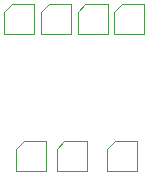
<source format=gbr>
G04 #@! TF.GenerationSoftware,KiCad,Pcbnew,(6.0.1)*
G04 #@! TF.CreationDate,2022-05-17T23:19:48+03:00*
G04 #@! TF.ProjectId,hellen1test,68656c6c-656e-4317-9465-73742e6b6963,b*
G04 #@! TF.SameCoordinates,PX141f5e0PYa2cace0*
G04 #@! TF.FileFunction,AssemblyDrawing,Top*
%FSLAX46Y46*%
G04 Gerber Fmt 4.6, Leading zero omitted, Abs format (unit mm)*
G04 Created by KiCad (PCBNEW (6.0.1)) date 2022-05-17 23:19:48*
%MOMM*%
%LPD*%
G01*
G04 APERTURE LIST*
%ADD10C,0.100000*%
G04 APERTURE END LIST*
D10*
G04 #@! TO.C,P7*
X4930000Y530000D02*
X4930000Y2435000D01*
X7470000Y3070000D02*
X7470000Y530000D01*
X4930000Y2435000D02*
X5565000Y3070000D01*
X5565000Y3070000D02*
X7470000Y3070000D01*
X7470000Y530000D02*
X4930000Y530000D01*
G04 #@! TO.C,P2*
X490000Y14035000D02*
X1125000Y14670000D01*
X3030000Y12130000D02*
X490000Y12130000D01*
X490000Y12130000D02*
X490000Y14035000D01*
X1125000Y14670000D02*
X3030000Y14670000D01*
X3030000Y14670000D02*
X3030000Y12130000D01*
G04 #@! TO.C,P1*
X12370000Y12130000D02*
X9830000Y12130000D01*
X9830000Y14035000D02*
X10465000Y14670000D01*
X10465000Y14670000D02*
X12370000Y14670000D01*
X12370000Y14670000D02*
X12370000Y12130000D01*
X9830000Y12130000D02*
X9830000Y14035000D01*
G04 #@! TO.C,P6*
X1530000Y2435000D02*
X2165000Y3070000D01*
X4070000Y530000D02*
X1530000Y530000D01*
X4070000Y3070000D02*
X4070000Y530000D01*
X2165000Y3070000D02*
X4070000Y3070000D01*
X1530000Y530000D02*
X1530000Y2435000D01*
G04 #@! TO.C,P3*
X6170000Y14670000D02*
X6170000Y12130000D01*
X3630000Y12130000D02*
X3630000Y14035000D01*
X4265000Y14670000D02*
X6170000Y14670000D01*
X6170000Y12130000D02*
X3630000Y12130000D01*
X3630000Y14035000D02*
X4265000Y14670000D01*
G04 #@! TO.C,P5*
X9230000Y530000D02*
X9230000Y2435000D01*
X9865000Y3070000D02*
X11770000Y3070000D01*
X9230000Y2435000D02*
X9865000Y3070000D01*
X11770000Y3070000D02*
X11770000Y530000D01*
X11770000Y530000D02*
X9230000Y530000D01*
G04 #@! TO.C,P4*
X9270000Y14670000D02*
X9270000Y12130000D01*
X6730000Y12130000D02*
X6730000Y14035000D01*
X6730000Y14035000D02*
X7365000Y14670000D01*
X7365000Y14670000D02*
X9270000Y14670000D01*
X9270000Y12130000D02*
X6730000Y12130000D01*
G04 #@! TD*
M02*

</source>
